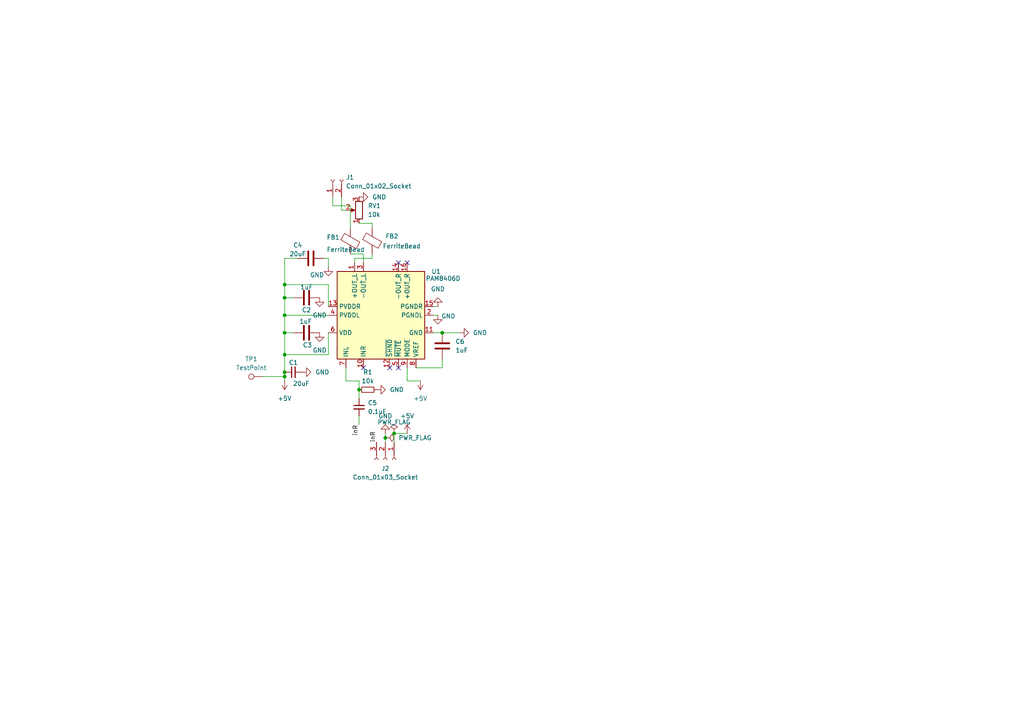
<source format=kicad_sch>
(kicad_sch (version 20231120) (generator "eeschema") (generator_version "8.0")
  (paper "A4")
  (lib_symbols
    (symbol "Amplifier_Audio:PAM8406D"
      (property "Reference" "U" (at -12.7 -15.24 0))
      (property "Value" "PAM8406D" (at -10.16 -17.78 0))
      (symbol "PAM8406D_0_1"
        (rectangle (start -12.7 12.7) (end 12.7 -12.7) (stroke (width 0.254)) (fill (type background)))
      )
      (symbol "PAM8406D_1_1"
        (pin output line (at 15.24 7.62 180) (length 2.54) (name "+OUT_L") (number "1"))
        (pin input line (at -15.24 5.08 0) (length 2.54) (name "INR") (number "10"))
        (pin power_in line (at -5.08 -15.24 90) (length 2.54) (name "GND") (number "11"))
        (pin input line (at -15.24 -2.54 0) (length 2.54) (name "~{SHND}") (number "12"))
        (pin power_in line (at 2.54 15.24 270) (length 2.54) (name "PVDDR") (number "13"))
        (pin output line (at 15.24 -5.08 180) (length 2.54) (name "-OUT_R") (number "14"))
        (pin power_in line (at 2.54 -15.24 90) (length 2.54) (name "PGNDR") (number "15"))
        (pin output line (at 15.24 -7.62 180) (length 2.54) (name "+OUT_R") (number "16"))
        (pin power_in line (at 0 -15.24 90) (length 2.54) (name "PGNDL") (number "2"))
        (pin output line (at 15.24 5.08 180) (length 2.54) (name "-OUT_L") (number "3"))
        (pin power_in line (at 0 15.24 270) (length 2.54) (name "PVDDL") (number "4"))
        (pin input line (at -15.24 -5.08 0) (length 2.54) (name "~{MUTE}") (number "5"))
        (pin power_in line (at -5.08 15.24 270) (length 2.54) (name "VDD") (number "6"))
        (pin input line (at -15.24 10.16 0) (length 2.54) (name "INL") (number "7"))
        (pin passive line (at -15.24 -10.16 0) (length 2.54) (name "VREF") (number "8"))
        (pin input line (at -15.24 -7.62 0) (length 2.54) (name "MODE") (number "9"))
      )
    )
    (symbol "Connector:Conn_01x02_Socket" (pin_names (offset 1.016) hide)
      (property "Reference" "J" (at 0 2.54 0))
      (property "Value" "Conn_01x02_Socket" (at 0 -5.08 0))
      (symbol "Conn_01x02_Socket_1_1"
        (arc (start 0 -2.032) (mid -0.5058 -2.54) (end 0 -3.048) (stroke (width 0.1524)))
        (polyline (pts (xy -1.27 -2.54) (xy -0.508 -2.54)) (stroke (width 0.1524)))
        (polyline (pts (xy -1.27 0) (xy -0.508 0)) (stroke (width 0.1524)))
        (arc (start 0 0.508) (mid -0.5058 0) (end 0 -0.508) (stroke (width 0.1524)))
        (pin passive line (at -5.08 0 0) (length 3.81) (name "Pin_1") (number "1"))
        (pin passive line (at -5.08 -2.54 0) (length 3.81) (name "Pin_2") (number "2"))
      )
    )
    (symbol "Connector:Conn_01x03_Socket" (pin_names (offset 1.016) hide)
      (property "Reference" "J" (at 0 5.08 0))
      (property "Value" "Conn_01x03_Socket" (at 0 -5.08 0))
      (symbol "Conn_01x03_Socket_1_1"
        (arc (start 0 -2.032) (mid -0.5058 -2.54) (end 0 -3.048) (stroke (width 0.1524)))
        (polyline (pts (xy -1.27 -2.54) (xy -0.508 -2.54)) (stroke (width 0.1524)))
        (polyline (pts (xy -1.27 0) (xy -0.508 0)) (stroke (width 0.1524)))
        (polyline (pts (xy -1.27 2.54) (xy -0.508 2.54)) (stroke (width 0.1524)))
        (arc (start 0 0.508) (mid -0.5058 0) (end 0 -0.508) (stroke (width 0.1524)))
        (arc (start 0 3.048) (mid -0.5058 2.54) (end 0 2.032) (stroke (width 0.1524)))
        (pin passive line (at -5.08 2.54 0) (length 3.81) (name "Pin_1") (number "1"))
        (pin passive line (at -5.08 0 0) (length 3.81) (name "Pin_2") (number "2"))
        (pin passive line (at -5.08 -2.54 0) (length 3.81) (name "Pin_3") (number "3"))
      )
    )
    (symbol "Connector:TestPoint" (pin_numbers hide) (pin_names (offset 0.762) hide)
      (property "Reference" "TP" (at 0 6.858 0))
      (property "Value" "TestPoint" (at 0 5.08 0))
      (symbol "TestPoint_0_1"
        (circle (center 0 3.302) (radius 0.762))
      )
      (symbol "TestPoint_1_1"
        (pin passive line (at 0 0 90) (length 2.54) (name "1") (number "1"))
      )
    )
    (symbol "Device:C" (pin_numbers hide) (pin_names (offset 0.254))
      (property "Reference" "C" (at 0.635 2.54 0))
      (property "Value" "C" (at 0.635 -2.54 0))
      (symbol "C_0_1"
        (polyline (pts (xy -2.032 -0.762) (xy 2.032 -0.762)) (stroke (width 0.508)))
        (polyline (pts (xy -2.032 0.762) (xy 2.032 0.762)) (stroke (width 0.508)))
      )
      (symbol "C_1_1"
        (pin passive line (at 0 3.81 270) (length 2.794) (name "~") (number "1"))
        (pin passive line (at 0 -3.81 90) (length 2.794) (name "~") (number "2"))
      )
    )
    (symbol "Device:C_Small" (pin_numbers hide) (pin_names (offset 0.254) hide)
      (property "Reference" "C" (at 0.254 1.778 0))
      (property "Value" "C_Small" (at 0.254 -2.032 0))
      (symbol "C_Small_0_1"
        (polyline (pts (xy -1.524 -0.508) (xy 1.524 -0.508)) (stroke (width 0.3302)))
        (polyline (pts (xy -1.524 0.508) (xy 1.524 0.508)) (stroke (width 0.3048)))
      )
      (symbol "C_Small_1_1"
        (pin passive line (at 0 2.54 270) (length 2.032) (name "~") (number "1"))
        (pin passive line (at 0 -2.54 90) (length 2.032) (name "~") (number "2"))
      )
    )
    (symbol "Device:FerriteBead" (pin_numbers hide) (pin_names (offset 0))
      (property "Reference" "FB" (at -3.81 0.635 90))
      (property "Value" "FerriteBead" (at 3.81 0 90))
      (symbol "FerriteBead_0_1"
        (polyline (pts (xy 0 -1.27) (xy 0 -1.2192)))
        (polyline (pts (xy 0 1.27) (xy 0 1.2954)))
        (polyline (pts (xy -2.7686 0.4064) (xy -1.7018 2.2606) (xy 2.7686 -0.3048) (xy 1.6764 -2.159) (xy -2.7686 0.4064)))
      )
      (symbol "FerriteBead_1_1"
        (pin passive line (at 0 3.81 270) (length 2.54) (name "~") (number "1"))
        (pin passive line (at 0 -3.81 90) (length 2.54) (name "~") (number "2"))
      )
    )
    (symbol "Device:R_Potentiometer" (pin_names (offset 1.016) hide)
      (property "Reference" "RV" (at -4.445 0 90))
      (property "Value" "R_Potentiometer" (at -2.54 0 90))
      (symbol "R_Potentiometer_0_1"
        (polyline (pts (xy 2.54 0) (xy 1.524 0)))
        (polyline (pts (xy 1.143 0) (xy 2.286 0.508) (xy 2.286 -0.508) (xy 1.143 0)) (fill (type outline)))
        (rectangle (start 1.016 2.54) (end -1.016 -2.54) (stroke (width 0.254)))
      )
      (symbol "R_Potentiometer_1_1"
        (pin passive line (at 0 3.81 270) (length 1.27) (name "1") (number "1"))
        (pin passive line (at 3.81 0 180) (length 1.27) (name "2") (number "2"))
        (pin passive line (at 0 -3.81 90) (length 1.27) (name "3") (number "3"))
      )
    )
    (symbol "Device:R_Small" (pin_numbers hide) (pin_names (offset 0.254) hide)
      (property "Reference" "R" (at 0.762 0.508 0))
      (property "Value" "R_Small" (at 0.762 -1.016 0))
      (symbol "R_Small_0_1"
        (rectangle (start -0.762 1.778) (end 0.762 -1.778) (stroke (width 0.2032)))
      )
      (symbol "R_Small_1_1"
        (pin passive line (at 0 2.54 270) (length 0.762) (name "~") (number "1"))
        (pin passive line (at 0 -2.54 90) (length 0.762) (name "~") (number "2"))
      )
    )
    (symbol "power:+5V" (power) (pin_numbers hide) (pin_names (offset 0) hide)
      (property "Value" "+5V" (at 0 3.556 0))
      (symbol "+5V_0_1"
        (polyline (pts (xy -0.762 1.27) (xy 0 2.54)))
        (polyline (pts (xy 0 0) (xy 0 2.54)))
        (polyline (pts (xy 0 2.54) (xy 0.762 1.27)))
      )
      (symbol "+5V_1_1"
        (pin power_in line (at 0 0 90) (length 0) (name "~") (number "1"))
      )
    )
    (symbol "power:GND" (power) (pin_numbers hide) (pin_names (offset 0) hide)
      (property "Value" "GND" (at 0 -3.81 0))
      (symbol "GND_0_1"
        (polyline (pts (xy 0 0) (xy 0 -1.27) (xy 1.27 -1.27) (xy 0 -2.54) (xy -1.27 -1.27) (xy 0 -1.27)))
      )
      (symbol "GND_1_1"
        (pin power_in line (at 0 0 270) (length 0) (name "~") (number "1"))
      )
    )
    (symbol "power:PWR_FLAG" (power) (pin_numbers hide) (pin_names (offset 0) hide)
      (property "Value" "PWR_FLAG" (at 0 3.81 0))
      (symbol "PWR_FLAG_0_0"
        (pin power_out line (at 0 0 90) (length 0) (name "~") (number "1"))
      )
      (symbol "PWR_FLAG_0_1"
        (polyline (pts (xy 0 0) (xy 0 1.27) (xy -1.016 1.905) (xy 0 2.54) (xy 1.016 1.905) (xy 0 1.27)))
      )
    )
  )
  (junction (at 111.76 127))
  (junction (at 82.55 109.22))
  (junction (at 82.55 91.44))
  (junction (at 104.14 113.03))
  (junction (at 82.55 107.95))
  (junction (at 82.55 102.87))
  (junction (at 82.55 96.52))
  (junction (at 82.55 86.36))
  (junction (at 114.3 125.73))
  (junction (at 82.55 82.55))
  (junction (at 128.27 96.52))
  (no_connect (at 118.11 76.2))
  (no_connect (at 113.03 106.68))
  (no_connect (at 115.57 106.68))
  (no_connect (at 115.57 76.2))
  (no_connect (at 105.41 106.68))
  (wire (pts (xy 76.2 109.22) (xy 82.55 109.22)))
  (wire (pts (xy 95.25 88.9) (xy 95.25 82.55)))
  (wire (pts (xy 107.95 64.77) (xy 104.14 64.77)))
  (wire (pts (xy 82.55 102.87) (xy 95.25 102.87)))
  (wire (pts (xy 82.55 102.87) (xy 82.55 107.95)))
  (wire (pts (xy 101.6 59.69) (xy 96.52 59.69)))
  (wire (pts (xy 128.27 104.14) (xy 128.27 106.68)))
  (wire (pts (xy 114.3 125.73) (xy 114.3 128.27)))
  (wire (pts (xy 82.55 109.22) (xy 82.55 110.49)))
  (wire (pts (xy 82.55 96.52) (xy 85.09 96.52)))
  (wire (pts (xy 127 88.9) (xy 125.73 88.9)))
  (wire (pts (xy 104.14 110.49) (xy 104.14 113.03)))
  (wire (pts (xy 99.06 57.15) (xy 99.06 60.96)))
  (wire (pts (xy 118.11 125.73) (xy 114.3 125.73)))
  (wire (pts (xy 82.55 91.44) (xy 82.55 96.52)))
  (wire (pts (xy 101.6 59.69) (xy 101.6 66.04)))
  (wire (pts (xy 82.55 107.95) (xy 82.55 109.22)))
  (wire (pts (xy 100.33 60.96) (xy 99.06 60.96)))
  (wire (pts (xy 82.55 82.55) (xy 82.55 74.93)))
  (wire (pts (xy 107.95 74.93) (xy 102.87 74.93)))
  (wire (pts (xy 82.55 96.52) (xy 82.55 102.87)))
  (wire (pts (xy 120.65 106.68) (xy 128.27 106.68)))
  (wire (pts (xy 127 91.44) (xy 125.73 91.44)))
  (wire (pts (xy 104.14 115.57) (xy 104.14 113.03)))
  (wire (pts (xy 96.52 59.69) (xy 96.52 57.15)))
  (wire (pts (xy 82.55 74.93) (xy 86.36 74.93)))
  (wire (pts (xy 118.11 110.49) (xy 121.92 110.49)))
  (wire (pts (xy 101.6 73.66) (xy 105.41 73.66)))
  (wire (pts (xy 82.55 86.36) (xy 82.55 91.44)))
  (wire (pts (xy 107.95 73.66) (xy 107.95 74.93)))
  (wire (pts (xy 105.41 73.66) (xy 105.41 76.2)))
  (wire (pts (xy 102.87 74.93) (xy 102.87 76.2)))
  (wire (pts (xy 111.76 127) (xy 111.76 128.27)))
  (wire (pts (xy 125.73 96.52) (xy 128.27 96.52)))
  (wire (pts (xy 95.25 96.52) (xy 95.25 102.87)))
  (wire (pts (xy 100.33 110.49) (xy 104.14 110.49)))
  (wire (pts (xy 104.14 120.65) (xy 104.14 123.19)))
  (wire (pts (xy 82.55 91.44) (xy 95.25 91.44)))
  (wire (pts (xy 95.25 77.47) (xy 95.25 74.93)))
  (wire (pts (xy 128.27 96.52) (xy 133.35 96.52)))
  (wire (pts (xy 82.55 82.55) (xy 95.25 82.55)))
  (wire (pts (xy 111.76 125.73) (xy 111.76 127)))
  (wire (pts (xy 107.95 66.04) (xy 107.95 64.77)))
  (wire (pts (xy 82.55 86.36) (xy 85.09 86.36)))
  (wire (pts (xy 100.33 110.49) (xy 100.33 106.68)))
  (wire (pts (xy 93.98 74.93) (xy 95.25 74.93)))
  (wire (pts (xy 82.55 82.55) (xy 82.55 86.36)))
  (wire (pts (xy 118.11 106.68) (xy 118.11 110.49)))
  (label "inR" (at 104.14 123.19 270))
  (label "inR" (at 109.22 128.27 90))
  (symbol (lib_id "Device:FerriteBead") (at 107.95 69.85 0) (unit 1)
    (property "Reference" "FB2" (at 111.76 68.5291 0) (effects (justify left)))
    (property "Value" "FerriteBead" (at 110.998 71.374 0) (effects (justify left)))
    (property "Footprint" "Inductor_SMD:L_0603_1608Metric" (effects (hide yes)))
    (property "Description" "Ferrite bead" (effects (hide yes)))
  )
  (symbol (lib_id "Device:C_Small") (at 85.09 107.95 90) (unit 1)
    (property "Reference" "C1" (at 85.09 105.156 90))
    (property "Value" "20uF" (at 87.376 111.252 90))
    (property "Footprint" "Capacitor_SMD:C_1812_4532Metric" (effects (hide yes)))
    (property "Description" "Unpolarized capacitor, small symbol" (effects (hide yes)))
  )
  (symbol (lib_id "power:+5V") (at 118.11 125.73 0) (unit 1)
    (property "Reference" "#PWR09" (effects (hide yes)))
    (property "Value" "+5V" (at 118.11 120.65 0))
    (property "Description" "Power symbol creates a global label with name \"+5V\"" (effects (hide yes)))
  )
  (symbol (lib_id "power:+5V") (at 121.92 110.49 180) (unit 1)
    (property "Reference" "#PWR010" (effects (hide yes)))
    (property "Value" "+5V" (at 121.92 115.57 0))
    (property "Description" "Power symbol creates a global label with name \"+5V\"" (effects (hide yes)))
  )
  (symbol (lib_id "Amplifier_Audio:PAM8406D") (at 110.49 91.44 90) (unit 1)
    (property "Reference" "U1" (at 126.492 78.74 90))
    (property "Value" "PAM8406D" (at 128.524 80.772 90))
    (property "Footprint" "Package_SO:SOP-16_3.9x9.9mm_P1.27mm" (effects (hide yes)))
    (property "Datasheet" "https://www.diodes.com/assets/Datasheets/PAM8406.pdf" (effects (hide yes)))
    (property "Description" "Filterless Class-D / Class-AB Stereo Audio Amplifier, 5.0W, SOIC-16" (effects (hide yes)))
  )
  (symbol (lib_id "power:GND") (at 87.63 107.95 90) (unit 1)
    (property "Reference" "#PWR02" (effects (hide yes)))
    (property "Value" "GND" (at 91.44 107.9499 90) (effects (justify right)))
    (property "Description" "Power symbol creates a global label with name \"GND\" , ground" (effects (hide yes)))
  )
  (symbol (lib_id "Device:R_Small") (at 106.68 113.03 270) (unit 1)
    (property "Reference" "R1" (at 106.68 107.95 90))
    (property "Value" "10k" (at 106.68 110.49 90))
    (property "Footprint" "Resistor_SMD:R_0402_1005Metric" (effects (hide yes)))
    (property "Description" "Resistor, small symbol" (effects (hide yes)))
  )
  (symbol (lib_id "power:GND") (at 127 88.9 180) (unit 1)
    (property "Reference" "#PWR011" (effects (hide yes)))
    (property "Value" "GND" (at 127 83.82 0))
    (property "Description" "Power symbol creates a global label with name \"GND\" , ground" (effects (hide yes)))
  )
  (symbol (lib_id "power:GND") (at 92.71 96.52 0) (unit 1)
    (property "Reference" "#PWR04" (effects (hide yes)))
    (property "Value" "GND" (at 92.71 101.6 0))
    (property "Description" "Power symbol creates a global label with name \"GND\" , ground" (effects (hide yes)))
  )
  (symbol (lib_id "Connector:Conn_01x02_Socket") (at 96.52 52.07 90) (unit 1)
    (property "Reference" "J1" (at 100.33 51.4349 90) (effects (justify right)))
    (property "Value" "Conn_01x02_Socket" (at 100.33 53.9749 90) (effects (justify right)))
    (property "Footprint" "easyeda2kicad:CONN-TH_B2B-XH-A-LF-SN" (effects (hide yes)))
    (property "Description" "Generic connector, single row, 01x02, script generated" (effects (hide yes)))
  )
  (symbol (lib_id "Device:C_Small") (at 104.14 118.11 0) (unit 1)
    (property "Reference" "C5" (at 106.68 116.8462 0) (effects (justify left)))
    (property "Value" "0.1uF" (at 106.68 119.3862 0) (effects (justify left)))
    (property "Footprint" "Capacitor_SMD:C_0402_1005Metric" (effects (hide yes)))
    (property "Description" "Unpolarized capacitor, small symbol" (effects (hide yes)))
  )
  (symbol (lib_id "Connector:TestPoint") (at 76.2 109.22 90) (unit 1)
    (property "Reference" "TP1" (at 72.898 104.14 90))
    (property "Value" "TestPoint" (at 72.898 106.68 90))
    (property "Footprint" "TestPoint:TestPoint_Pad_D1.5mm" (effects (hide yes)))
    (property "Description" "test point" (effects (hide yes)))
  )
  (symbol (lib_id "Device:C") (at 88.9 86.36 270) (unit 1)
    (property "Reference" "C2" (at 88.9 89.916 90))
    (property "Value" "1uF" (at 88.9 83.312 90))
    (property "Footprint" "Capacitor_SMD:C_0402_1005Metric" (effects (hide yes)))
    (property "Description" "Unpolarized capacitor" (effects (hide yes)))
  )
  (symbol (lib_id "power:GND") (at 127 91.44 0) (unit 1)
    (property "Reference" "#PWR012" (effects (hide yes)))
    (property "Value" "GND" (at 130.048 91.694 0))
    (property "Description" "Power symbol creates a global label with name \"GND\" , ground" (effects (hide yes)))
  )
  (symbol (lib_id "power:+5V") (at 82.55 110.49 180) (unit 1)
    (property "Reference" "#PWR01" (effects (hide yes)))
    (property "Value" "+5V" (at 82.55 115.57 0))
    (property "Description" "Power symbol creates a global label with name \"+5V\"" (effects (hide yes)))
  )
  (symbol (lib_id "Device:C") (at 90.17 74.93 90) (unit 1)
    (property "Reference" "C4" (at 86.36 71.12 90))
    (property "Value" "20uF" (at 86.36 73.66 90))
    (property "Footprint" "Capacitor_SMD:C_1812_4532Metric" (effects (hide yes)))
    (property "Description" "Unpolarized capacitor" (effects (hide yes)))
  )
  (symbol (lib_id "Device:R_Potentiometer") (at 104.14 60.96 180) (unit 1)
    (property "Reference" "RV1" (at 106.68 59.6899 0) (effects (justify right)))
    (property "Value" "10k" (at 106.68 62.2299 0) (effects (justify right)))
    (property "Footprint" "3310P_025_103L:POT_3310P-025-103L" (effects (hide yes)))
    (property "Description" "Potentiometer" (effects (hide yes)))
  )
  (symbol (lib_id "power:GND") (at 133.35 96.52 90) (unit 1)
    (property "Reference" "#PWR013" (effects (hide yes)))
    (property "Value" "GND" (at 137.16 96.5199 90) (effects (justify right)))
    (property "Description" "Power symbol creates a global label with name \"GND\" , ground" (effects (hide yes)))
  )
  (symbol (lib_id "Connector:Conn_01x03_Socket") (at 111.76 133.35 270) (unit 1)
    (property "Reference" "J2" (at 111.76 135.89 90))
    (property "Value" "Conn_01x03_Socket" (at 111.76 138.43 90))
    (property "Footprint" "easyeda2kicad:CONN-TH_3P-P2.50_B3B-XH-AM-LF-SN" (effects (hide yes)))
    (property "Description" "Generic connector, single row, 01x03, script generated" (effects (hide yes)))
  )
  (symbol (lib_id "power:GND") (at 95.25 77.47 0) (unit 1)
    (property "Reference" "#PWR05" (effects (hide yes)))
    (property "Value" "GND" (at 91.948 79.756 0))
    (property "Description" "Power symbol creates a global label with name \"GND\" , ground" (effects (hide yes)))
  )
  (symbol (lib_id "power:GND") (at 111.76 125.73 180) (unit 1)
    (property "Reference" "#PWR07" (effects (hide yes)))
    (property "Value" "GND" (at 111.76 120.65 0))
    (property "Description" "Power symbol creates a global label with name \"GND\" , ground" (effects (hide yes)))
  )
  (symbol (lib_id "Device:C") (at 88.9 96.52 270) (unit 1)
    (property "Reference" "C3" (at 89.154 100.076 90))
    (property "Value" "1uF" (at 88.646 93.218 90))
    (property "Footprint" "Capacitor_SMD:C_0402_1005Metric" (effects (hide yes)))
    (property "Description" "Unpolarized capacitor" (effects (hide yes)))
  )
  (symbol (lib_id "power:GND") (at 109.22 113.03 90) (unit 1)
    (property "Reference" "#PWR06" (effects (hide yes)))
    (property "Value" "GND" (at 113.03 113.0299 90) (effects (justify right)))
    (property "Description" "Power symbol creates a global label with name \"GND\" , ground" (effects (hide yes)))
  )
  (symbol (lib_id "power:GND") (at 104.14 57.15 90) (unit 1)
    (property "Reference" "#PWR08" (effects (hide yes)))
    (property "Value" "GND" (at 107.95 57.1499 90) (effects (justify right)))
    (property "Description" "Power symbol creates a global label with name \"GND\" , ground" (effects (hide yes)))
  )
  (symbol (lib_id "power:PWR_FLAG") (at 114.3 125.73 0) (unit 1)
    (property "Reference" "#FLG02" (effects (hide yes)))
    (property "Value" "PWR_FLAG" (at 114.3 122.428 0))
    (property "Description" "Special symbol for telling ERC where power comes from" (effects (hide yes)))
  )
  (symbol (lib_id "Device:FerriteBead") (at 101.6 69.85 180) (unit 1)
    (property "Reference" "FB1" (at 94.742 68.834 0) (effects (justify right)))
    (property "Value" "FerriteBead" (at 94.742 72.39 0) (effects (justify right)))
    (property "Footprint" "Inductor_SMD:L_0603_1608Metric" (effects (hide yes)))
    (property "Description" "Ferrite bead" (effects (hide yes)))
  )
  (symbol (lib_id "Device:C") (at 128.27 100.33 0) (unit 1)
    (property "Reference" "C6" (at 132.08 99.0599 0) (effects (justify left)))
    (property "Value" "1uF" (at 132.08 101.5999 0) (effects (justify left)))
    (property "Footprint" "Capacitor_SMD:C_0402_1005Metric" (effects (hide yes)))
    (property "Description" "Unpolarized capacitor" (effects (hide yes)))
  )
  (symbol (lib_id "power:GND") (at 92.71 86.36 0) (unit 1)
    (property "Reference" "#PWR03" (effects (hide yes)))
    (property "Value" "GND" (at 92.71 91.44 0))
    (property "Description" "Power symbol creates a global label with name \"GND\" , ground" (effects (hide yes)))
  )
  (symbol (lib_id "power:PWR_FLAG") (at 111.76 127 270) (unit 1)
    (property "Reference" "#FLG01" (effects (hide yes)))
    (property "Value" "PWR_FLAG" (at 115.57 126.9999 90) (effects (justify left)))
    (property "Description" "Special symbol for telling ERC where power comes from" (effects (hide yes)))
  )
)
</source>
